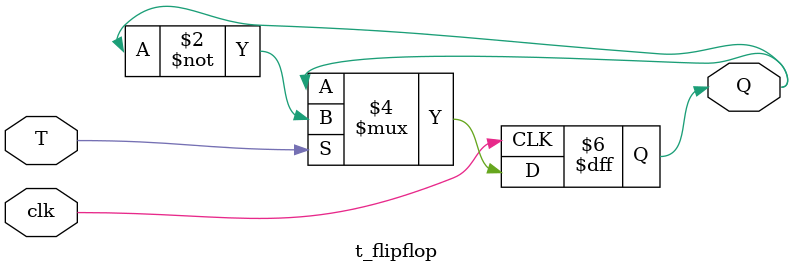
<source format=v>
`timescale 1ns / 1ps
module d_flipflop(
    input D,
    input clk,
    output reg Q);
    always @(posedge clk)
        Q <= D;
endmodule

module jk_flipflop(
    input J, K, clk,
    output reg Q);
    always @(posedge clk) begin
        case ({J, K})
            2'b00: Q <= Q;
            2'b01: Q <= 0;
            2'b10: Q <= 1;
            2'b11: Q <= ~Q;
        endcase
    end
endmodule

module rs_flipflop(
    input R, S, clk,
    output reg Q);
    always @(posedge clk) begin
        case ({R, S})
            2'b00: Q <= Q;
            2'b01: Q <= 1;
            2'b10: Q <= 0;
            2'b11: Q <= 1'bx;
        endcase
    end
endmodule

module t_flipflop(
    input T, clk,
    output reg Q);
    always @(posedge clk) begin
        if (T)
            Q <= ~Q;
        else
            Q <= Q;
    end
endmodule
</source>
